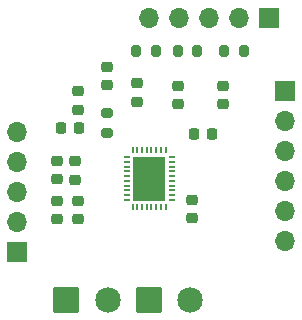
<source format=gbr>
%TF.GenerationSoftware,KiCad,Pcbnew,8.0.6-8.0.6-0~ubuntu24.04.1*%
%TF.CreationDate,2025-01-16T22:59:00-08:00*%
%TF.ProjectId,reaction_wheel,72656163-7469-46f6-9e5f-776865656c2e,v1a*%
%TF.SameCoordinates,Original*%
%TF.FileFunction,Soldermask,Top*%
%TF.FilePolarity,Negative*%
%FSLAX46Y46*%
G04 Gerber Fmt 4.6, Leading zero omitted, Abs format (unit mm)*
G04 Created by KiCad (PCBNEW 8.0.6-8.0.6-0~ubuntu24.04.1) date 2025-01-16 22:59:00*
%MOMM*%
%LPD*%
G01*
G04 APERTURE LIST*
G04 Aperture macros list*
%AMRoundRect*
0 Rectangle with rounded corners*
0 $1 Rounding radius*
0 $2 $3 $4 $5 $6 $7 $8 $9 X,Y pos of 4 corners*
0 Add a 4 corners polygon primitive as box body*
4,1,4,$2,$3,$4,$5,$6,$7,$8,$9,$2,$3,0*
0 Add four circle primitives for the rounded corners*
1,1,$1+$1,$2,$3*
1,1,$1+$1,$4,$5*
1,1,$1+$1,$6,$7*
1,1,$1+$1,$8,$9*
0 Add four rect primitives between the rounded corners*
20,1,$1+$1,$2,$3,$4,$5,0*
20,1,$1+$1,$4,$5,$6,$7,0*
20,1,$1+$1,$6,$7,$8,$9,0*
20,1,$1+$1,$8,$9,$2,$3,0*%
G04 Aperture macros list end*
%ADD10RoundRect,0.225000X-0.250000X0.225000X-0.250000X-0.225000X0.250000X-0.225000X0.250000X0.225000X0*%
%ADD11R,1.700000X1.700000*%
%ADD12O,1.700000X1.700000*%
%ADD13O,0.600000X0.200000*%
%ADD14O,0.200000X0.600000*%
%ADD15C,0.337500*%
%ADD16R,2.700000X3.700000*%
%ADD17RoundRect,0.225000X0.225000X0.250000X-0.225000X0.250000X-0.225000X-0.250000X0.225000X-0.250000X0*%
%ADD18RoundRect,0.200000X0.200000X0.275000X-0.200000X0.275000X-0.200000X-0.275000X0.200000X-0.275000X0*%
%ADD19RoundRect,0.063500X-1.016000X-1.016000X1.016000X-1.016000X1.016000X1.016000X-1.016000X1.016000X0*%
%ADD20C,2.159000*%
%ADD21RoundRect,0.225000X0.250000X-0.225000X0.250000X0.225000X-0.250000X0.225000X-0.250000X-0.225000X0*%
%ADD22RoundRect,0.200000X-0.275000X0.200000X-0.275000X-0.200000X0.275000X-0.200000X0.275000X0.200000X0*%
%ADD23RoundRect,0.225000X-0.225000X-0.250000X0.225000X-0.250000X0.225000X0.250000X-0.225000X0.250000X0*%
G04 APERTURE END LIST*
D10*
%TO.C,C3*%
X143897500Y-70522500D03*
X143897500Y-72072500D03*
%TD*%
D11*
%TO.C,J1*%
X149162500Y-70942500D03*
D12*
X149162500Y-73482500D03*
X149162500Y-76022500D03*
X149162500Y-78562500D03*
X149162500Y-81102500D03*
X149162500Y-83642500D03*
%TD*%
D13*
%TO.C,U1*%
X135762500Y-76562500D03*
X135762500Y-76962500D03*
X135762500Y-77362500D03*
X135762500Y-77762500D03*
X135762500Y-78162500D03*
X135762500Y-78562500D03*
X135762500Y-78962500D03*
X135762500Y-79362500D03*
X135762500Y-79762500D03*
X135762500Y-80162500D03*
D14*
X136262500Y-80762500D03*
X136662500Y-80762500D03*
X137062500Y-80762500D03*
X137462500Y-80762500D03*
X137862500Y-80762500D03*
X138262500Y-80762500D03*
X138662500Y-80762500D03*
X139062500Y-80762500D03*
D13*
X139562500Y-80162500D03*
X139562500Y-79762500D03*
X139562500Y-79362500D03*
X139562500Y-78962500D03*
X139562500Y-78562500D03*
X139562500Y-78162500D03*
X139562500Y-77762500D03*
X139562500Y-77362500D03*
X139562500Y-76962500D03*
X139562500Y-76562500D03*
D14*
X139062500Y-75962500D03*
X138662500Y-75962500D03*
X138262500Y-75962500D03*
X137862500Y-75962500D03*
X137462500Y-75962500D03*
X137062500Y-75962500D03*
X136662500Y-75962500D03*
X136262500Y-75962500D03*
D15*
X136987500Y-77437500D03*
X136987500Y-78362500D03*
X136987500Y-79287500D03*
X137662500Y-77437500D03*
X137662500Y-78362500D03*
D16*
X137662500Y-78362500D03*
D15*
X137662500Y-79287500D03*
X138337500Y-77437500D03*
X138337500Y-78362500D03*
X138337500Y-79287500D03*
%TD*%
D10*
%TO.C,C2*%
X136662500Y-70287500D03*
X136662500Y-71837500D03*
%TD*%
D17*
%TO.C,C9*%
X143012500Y-74562500D03*
X141462500Y-74562500D03*
%TD*%
D11*
%TO.C,J4*%
X126500000Y-84580000D03*
D12*
X126500000Y-82040000D03*
X126500000Y-79500000D03*
X126500000Y-76960000D03*
X126500000Y-74420000D03*
%TD*%
D10*
%TO.C,C4*%
X131662500Y-70987500D03*
X131662500Y-72537500D03*
%TD*%
%TO.C,C8*%
X134062500Y-68887500D03*
X134062500Y-70437500D03*
%TD*%
%TO.C,C10*%
X129862500Y-76887500D03*
X129862500Y-78437500D03*
%TD*%
D18*
%TO.C,R4*%
X138237500Y-67562500D03*
X136587500Y-67562500D03*
%TD*%
D11*
%TO.C,J2*%
X147852500Y-64762500D03*
D12*
X145312500Y-64762500D03*
X142772500Y-64762500D03*
X140232500Y-64762500D03*
X137692500Y-64762500D03*
%TD*%
D19*
%TO.C,J3*%
X137662500Y-88612500D03*
D20*
X141162500Y-88612500D03*
%TD*%
D10*
%TO.C,C7*%
X141262500Y-80187500D03*
X141262500Y-81737500D03*
%TD*%
D19*
%TO.C,J5*%
X130662500Y-88612500D03*
D20*
X134162500Y-88612500D03*
%TD*%
D21*
%TO.C,C12*%
X131662500Y-81812500D03*
X131662500Y-80262500D03*
%TD*%
D22*
%TO.C,R5*%
X134062500Y-72837500D03*
X134062500Y-74487500D03*
%TD*%
D10*
%TO.C,C11*%
X131412500Y-76912500D03*
X131412500Y-78462500D03*
%TD*%
D18*
%TO.C,R1*%
X141722500Y-67562500D03*
X140072500Y-67562500D03*
%TD*%
D21*
%TO.C,C6*%
X129862500Y-81812500D03*
X129862500Y-80262500D03*
%TD*%
D10*
%TO.C,C1*%
X140122500Y-70522500D03*
X140122500Y-72072500D03*
%TD*%
D23*
%TO.C,C5*%
X130187500Y-74062500D03*
X131737500Y-74062500D03*
%TD*%
D18*
%TO.C,R2*%
X145662500Y-67562500D03*
X144012500Y-67562500D03*
%TD*%
M02*

</source>
